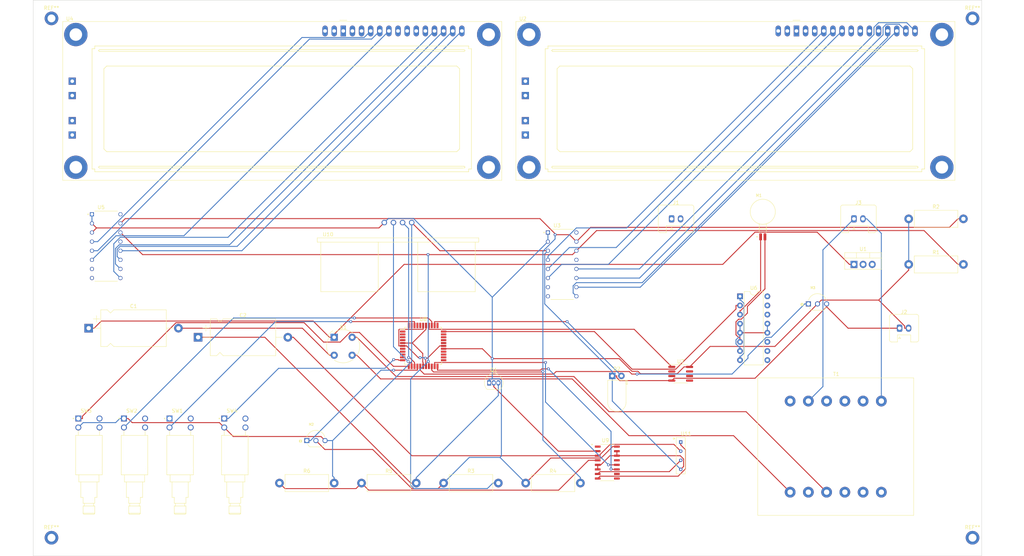
<source format=kicad_pcb>
(kicad_pcb (version 20211014) (generator pcbnew)
  (layers (0 "F.Cu" signal) (31 "B.Cu" signal) (34 "B.Paste" user) (35 "F.Paste" user) (36 "B.SilkS" user "B.Silkscreen") (37 "F.SilkS" user "F.Silkscreen") (38 "B.Mask" user) (39 "F.Mask" user) (44 "Edge.Cuts" user))
  (net 0 "")
  (net 1 "Net-(C1-Pad1)")
  (net 2 "Earth")
  (net 3 "Net-(C2-Pad1)")
  (net 4 "Net-(C2-Pad2)")
  (net 5 "Net-(D1-Pad3)")
  (net 6 "Net-(D1-Pad4)")
  (net 7 "Net-(D2-Pad1)")
  (net 8 "Net-(D2-Pad2)")
  (net 11 "Net-(J2-Pad2)")
  (net 12 "Net-(J3-Pad1)")
  (net 13 "Net-(J3-Pad2)")
  (net 14 "Net-(M1-Pad1)")
  (net 15 "Net-(M1-Pad2)")
  (net 16 "Net-(M2-Pad1)")
  (net 17 "Net-(M3-Pad1)")
  (net 18 "Net-(Q1-Pad2)")
  (net 19 "Net-(R1-Pad2)")
  (net 20 "Net-(R2-Pad2)")
  (net 21 "Net-(R5-Pad1)")
  (net 23 "Net-(SW1-Pad2)")
  (net 24 "Net-(SW2-Pad2)")
  (net 25 "Net-(SW3-Pad1)")
  (net 26 "Net-(SW4-Pad1)")
  (net 32 "Net-(U2-Pad4)")
  (net 33 "Net-(U2-Pad5)")
  (net 34 "Net-(U2-Pad6)")
  (net 39 "Net-(U2-Pad11)")
  (net 40 "Net-(U2-Pad12)")
  (net 41 "Net-(U2-Pad13)")
  (net 42 "Net-(U2-Pad14)")
  (net 56 "Net-(U4-Pad4)")
  (net 57 "Net-(U4-Pad5)")
  (net 58 "Net-(U4-Pad6)")
  (net 63 "Net-(U4-Pad11)")
  (net 64 "Net-(U4-Pad12)")
  (net 65 "Net-(U4-Pad13)")
  (net 66 "Net-(U4-Pad14)")
  (net 77 "Net-(U6-Pad1)")
  (net 78 "Net-(U6-Pad2)")
  (net 79 "Net-(U6-Pad12)")
  (net 86 "Net-(U7-Pad1)")
  (net 96 "Net-(U8-Pad17)")
  (net 97 "Net-(U8-Pad18)")
  (net 102 "Net-(U10-Pad2)")
  (net 103 "Net-(U10-Pad3)")
  (net 104 "Net-(U8-Pad21)")
  (net 105 "Net-(U8-Pad22)")
  (net 120 "Net-(U11-Pad3)")
  (net 121 "Net-(U11-Pad1)")
  (footprint "Resistor_THT:R_Axial_DIN0414_L11.9mm_D4.5mm_P15.24mm_Horizontal" (layer "F.Cu") (at 106.68 147.32)
    (fp_text reference "R5")
    (fp_text value "20K")
  )
  (footprint "PCF8574N:DIP794W45P254L1969H508Q16" (layer "F.Cu") (at 35.56 81.28)
    (fp_text reference "U5")
    (fp_text value "PCF8574")
  )
  (footprint "Resistor_THT:R_Axial_DIN0414_L11.9mm_D4.5mm_P15.24mm_Horizontal" (layer "F.Cu") (at 129.54 147.32)
    (fp_text reference "R3")
    (fp_text value "10K")
  )
  (footprint "Capacitor_THT:CP_Axial_L18.0mm_D10.0mm_P25.00mm_Horizontal" (layer "F.Cu") (at 61.16 106.68)
    (fp_text reference "C2")
    (fp_text value "C_Polarized")
  )
  (footprint "Package_DIP:DIP-16_W7.62mm" (layer "F.Cu") (at 212.1 95.265)
    (fp_text reference "U6")
    (fp_text value "L293D")
  )
  (footprint "MountingHole:MountingHole_2.2mm_M2_DIN965_Pad" (layer "F.Cu") (at 276.86 162.56)
    (fp_text reference "REF**")
    (fp_text value "MountingHole_2.2mm_M2_DIN965_Pad")
  )
  (footprint "PB400EEQX (1):SW_PB400EEQX" (layer "F.Cu") (at 68.44 129.32)
    (fp_text reference "SW4")
    (fp_text value "SW_Push")
  )
  (footprint "Display:LCD-016N002L" (layer "F.Cu") (at 227.82 21.2825)
    (fp_text reference "U2")
    (fp_text value "LCD-016N002L")
  )
  (footprint "Display:LCD-016N002L" (layer "F.Cu") (at 101.6 21.2825)
    (fp_text reference "U4")
    (fp_text value "LCD-016N002L")
  )
  (footprint "HC-SR04:XCVR_HC-SR04" (layer "F.Cu") (at 116.84 74.695)
    (fp_text reference "U10")
    (fp_text value "HC-SR04")
  )
  (footprint "PB400EEQX (1):SW_PB400EEQX" (layer "F.Cu") (at 27.8 129.32)
    (fp_text reference "SW3")
    (fp_text value "SW_Push")
  )
  (footprint "Resistor_THT:R_Axial_DIN0414_L11.9mm_D4.5mm_P15.24mm_Horizontal" (layer "F.Cu") (at 83.82 147.32)
    (fp_text reference "R6")
    (fp_text value "10K")
  )
  (footprint "PCF8574N:DIP794W45P254L1969H508Q16" (layer "F.Cu") (at 162.56 86.36)
    (fp_text reference "U3")
    (fp_text value "PCF8574")
  )
  (footprint "Connector_Stocko:Stocko_MKS_1651-6-0-202_1x2_P2.50mm_Vertical" (layer "F.Cu") (at 243.84 73.66)
    (fp_text reference "J3")
    (fp_text value "Conn_01x02_Male")
  )
  (footprint "Diode_THT:Diode_Bridge_Round_D9.0mm" (layer "F.Cu") (at 99.06 106.68)
    (fp_text reference "D1")
    (fp_text value "D_Bridge_+-AA")
  )
  (footprint "TO92254P520H877-3:TO92254P520H877-3" (layer "F.Cu") (at 233.68 96.52)
    (fp_text reference "M3")
    (fp_text value "Motor_Servo")
  )
  (footprint "MountingHole:MountingHole_2.2mm_M2_DIN965_Pad" (layer "F.Cu") (at 276.86 17.78)
    (fp_text reference "REF**")
    (fp_text value "MountingHole_2.2mm_M2_DIN965_Pad")
  )
  (footprint "MountingHole:MountingHole_2.2mm_M2_DIN965_Pad" (layer "F.Cu") (at 20.32 17.78)
    (fp_text reference "REF**")
    (fp_text value "MountingHole_2.2mm_M2_DIN965_Pad")
  )
  (footprint "HX711:SOP127P600X180-16N" (layer "F.Cu") (at 175.13 141.605)
    (fp_text reference "U9")
    (fp_text value "HX711")
  )
  (footprint "Package_SO:SOIC-8_3.9x4.9mm_P1.27mm" (layer "F.Cu") (at 195.58 116.84)
    (fp_text reference "U7")
    (fp_text value "LM35-D")
  )
  (footprint "Capacitor_THT:CP_Axial_L18.0mm_D10.0mm_P25.00mm_Horizontal" (layer "F.Cu") (at 30.68 104.14)
    (fp_text reference "C1")
    (fp_text value "C_Polarized")
  )
  (footprint "Package_TO_SOT_THT:TO-220-3_Vertical" (layer "F.Cu") (at 243.84 86.36)
    (fp_text reference "U1")
    (fp_text value "LM7805_TO220")
  )
  (footprint "PB400EEQX (1):SW_PB400EEQX" (layer "F.Cu") (at 53.2 129.32)
    (fp_text reference "SW1")
    (fp_text value "SW_Push")
  )
  (footprint "C0720B001F:XDCR_C0720B001F" (layer "F.Cu") (at 218.44 73.66)
    (fp_text reference "M1")
    (fp_text value "Motor_DC")
  )
  (footprint "Connector_Stocko:Stocko_MKS_1651-6-0-202_1x2_P2.50mm_Vertical" (layer "F.Cu") (at 193.04 73.66)
    (fp_text reference "J1")
    (fp_text value "Conn_01x02_Male")
  )
  (footprint "Connector_Stocko:Stocko_MKS_1652-6-0-202_1x2_P2.50mm_Vertical" (layer "F.Cu") (at 256.54 104.14)
    (fp_text reference "J2")
    (fp_text value "Conn_01x02_Female")
  )
  (footprint "Package_TO_SOT_THT:TO-92_Inline" (layer "F.Cu") (at 142.24 119.38)
    (fp_text reference "Q1")
    (fp_text value "2N3905")
  )
  (footprint "TO92254P520H877-3:TO92254P520H877-3" (layer "F.Cu") (at 93.98 134.62)
    (fp_text reference "M2")
    (fp_text value "Motor_Servo")
  )
  (footprint "PB400EEQX (1):SW_PB400EEQX" (layer "F.Cu") (at 40.5 129.32)
    (fp_text reference "SW2")
    (fp_text value "SW_Push")
  )
  (footprint "LED_THT:LED_D5.0mm_Horizontal_O1.27mm_Z3.0mm_IRBlack" (layer "F.Cu") (at 176.525 117.445)
    (fp_text reference "D2")
    (fp_text value "LED")
  )
  (footprint "MountingHole:MountingHole_2.2mm_M2_DIN965_Pad" (layer "F.Cu") (at 20.32 162.56)
    (fp_text reference "REF**")
    (fp_text value "MountingHole_2.2mm_M2_DIN965_Pad")
  )
  (footprint "FX1901-0001-0200-L:SENSOR_FX1901-0001-0200-L" (layer "F.Cu") (at 195.58 139.7)
    (fp_text reference "U11")
    (fp_text value "FX1901-0001-0200-L")
  )
  (footprint "Transformer_THT:Transformer_37x44" (layer "F.Cu") (at 231.14 124.46)
    (fp_text reference "T1")
    (fp_text value "Transformer_1P_1S")
  )
  (footprint "Resistor_THT:R_Axial_DIN0414_L11.9mm_D4.5mm_P15.24mm_Horizontal" (layer "F.Cu") (at 259.08 73.66)
    (fp_text reference "R2")
    (fp_text value "10K")
  )
  (footprint "Resistor_THT:R_Axial_DIN0414_L11.9mm_D4.5mm_P15.24mm_Horizontal" (layer "F.Cu") (at 152.4 147.32)
    (fp_text reference "R4")
    (fp_text value "10K")
  )
  (footprint "Resistor_THT:R_Axial_DIN0414_L11.9mm_D4.5mm_P15.24mm_Horizontal" (layer "F.Cu") (at 259.08 86.36)
    (fp_text reference "R1")
    (fp_text value "10K")
  )
  (footprint "Package_QFP:TQFP-44_10x10mm_P0.8mm" (layer "F.Cu") (at 123.84 109.08)
    (fp_text reference "U8")
    (fp_text value "ATmega32-16A")
  )
  (gr_line (start 279.4 12.7) (end 15.24 12.7) (layer "Edge.Cuts") (width 0.1))
  (gr_line (start 15.24 15.24) (end 15.24 167.64) (layer "Edge.Cuts") (width 0.1))
  (gr_line (start 15.24 12.7) (end 15.24 15.24) (layer "Edge.Cuts") (width 0.1))
  (gr_line (start 279.4 167.64) (end 279.4 12.7) (layer "Edge.Cuts") (width 0.1))
  (gr_line (start 15.24 167.64) (end 279.4 167.64) (layer "Edge.Cuts") (width 0.1))
  (segment (start 233.5799 77.3777) (end 242.5622 86.36) (width 0.25) (layer "F.Cu") (net 1))
  (segment (start 98.2265 106.68) (end 97.7347 106.68) (width 0.25) (layer "F.Cu") (net 1))
  (segment (start 93.2026 102.1479) (end 97.7347 106.68) (width 0.25) (layer "F.Cu") (net 1))
  (segment (start 207.2861 86.36) (end 216.2684 77.3777) (width 0.25) (layer "F.Cu") (net 1))
  (segment (start 118.5465 86.36) (end 207.2861 86.36) (width 0.25) (layer "F.Cu") (net 1))
  (segment (start 32.2053 104.14) (end 34.1974 102.1479) (width 0.25) (layer "F.Cu") (net 1))
  (segment (start 98.2265 106.68) (end 118.5465 86.36) (width 0.25) (layer "F.Cu") (net 1))
  (segment (start 243.84 86.36) (end 242.5622 86.36) (width 0.25) (layer "F.Cu") (net 1))
  (segment (start 30.68 104.14) (end 32.2053 104.14) (width 0.25) (layer "F.Cu") (net 1))
  (segment (start 216.2684 77.3777) (end 233.5799 77.3777) (width 0.25) (layer "F.Cu") (net 1))
  (segment (start 99.06 106.68) (end 98.2265 106.68) (width 0.25) (layer "F.Cu") (net 1))
  (segment (start 34.1974 102.1479) (end 93.2026 102.1479) (width 0.25) (layer "F.Cu") (net 1))
  (segment (start 90.1947 104.14) (end 97.7347 111.68) (width 0.25) (layer "F.Cu") (net 2))
  (segment (start 55.68 104.14) (end 90.1947 104.14) (width 0.25) (layer "F.Cu") (net 2))
  (segment (start 99.06 111.68) (end 97.7347 111.68) (width 0.25) (layer "F.Cu") (net 2))
  (segment (start 61.16 106.68) (end 79.7547 106.68) (width 0.25) (layer "F.Cu") (net 3))
  (segment (start 79.7547 106.68) (end 120.3947 147.32) (width 0.25) (layer "F.Cu") (net 3))
  (segment (start 121.92 147.32) (end 120.3947 147.32) (width 0.25) (layer "F.Cu") (net 3))
  (segment (start 144.78 122.9347) (end 144.78 119.38) (width 0.25) (layer "B.Cu") (net 3))
  (segment (start 121.92 147.32) (end 121.92 145.7947) (width 0.25) (layer "B.Cu") (net 3))
  (segment (start 121.92 145.7947) (end 144.78 122.9347) (width 0.25) (layer "B.Cu") (net 3))
  (segment (start 120.7053 139.7) (end 172.46 139.7) (width 0.25) (layer "F.Cu") (net 4))
  (segment (start 175.9414 136.533) (end 193.683 136.533) (width 0.25) (layer "F.Cu") (net 4))
  (segment (start 87.6853 106.68) (end 120.7053 139.7) (width 0.25) (layer "F.Cu") (net 4))
  (segment (start 172.7744 139.7) (end 175.9414 136.533) (width 0.25) (layer "F.Cu") (net 4))
  (segment (start 193.683 136.533) (end 195.58 138.43) (width 0.25) (layer "F.Cu") (net 4))
  (segment (start 86.16 106.68) (end 87.6853 106.68) (width 0.25) (layer "F.Cu") (net 4))
  (segment (start 172.46 139.7) (end 172.7744 139.7) (width 0.25) (layer "F.Cu") (net 4))
  (segment (start 111.9925 118.2872) (end 165.3506 118.2872) (width 0.25) (layer "F.Cu") (net 5))
  (segment (start 181.1793 134.1159) (end 210.3159 134.1159) (width 0.25) (layer "F.Cu") (net 5))
  (segment (start 104.06 111.68) (end 105.3853 111.68) (width 0.25) (layer "F.Cu") (net 5))
  (segment (start 165.3506 118.2872) (end 181.1793 134.1159) (width 0.25) (layer "F.Cu") (net 5))
  (segment (start 210.3159 134.1159) (end 226.06 149.86) (width 0.25) (layer "F.Cu") (net 5))
  (segment (start 105.3853 111.68) (end 111.9925 118.2872) (width 0.25) (layer "F.Cu") (net 5))
  (segment (start 213.7927 127.4327) (end 236.22 149.86) (width 0.25) (layer "F.Cu") (net 6))
  (segment (start 165.8117 117.6117) (end 175.6327 127.4327) (width 0.25) (layer "F.Cu") (net 6))
  (segment (start 105.3853 106.68) (end 116.317 117.6117) (width 0.25) (layer "F.Cu") (net 6))
  (segment (start 104.06 106.68) (end 105.3853 106.68) (width 0.25) (layer "F.Cu") (net 6))
  (segment (start 175.6327 127.4327) (end 213.7927 127.4327) (width 0.25) (layer "F.Cu") (net 6))
  (segment (start 116.317 117.6117) (end 165.8117 117.6117) (width 0.25) (layer "F.Cu") (net 6))
  (segment (start 236.22 98.1664) (end 236.22 97.3725) (width 0.25) (layer "F.Cu") (net 7))
  (segment (start 96.52 135.4725) (end 95.3792 134.3317) (width 0.25) (layer "F.Cu") (net 7))
  (segment (start 177.7503 117.9045) (end 178.5908 118.745) (width 0.25) (layer "F.Cu") (net 7))
  (segment (start 195.58 143.51) (end 196.3848 142.7052) (width 0.25) (layer "F.Cu") (net 7))
  (segment (start 176.525 117.445) (end 177.7503 117.445) (width 0.25) (layer "F.Cu") (net 7))
  (segment (start 175.866 139.7) (end 173.326 142.24) (width 0.25) (layer "F.Cu") (net 7))
  (segment (start 172.46 143.51) (end 172.46 142.24) (width 0.25) (layer "F.Cu") (net 7))
  (segment (start 242.1936 104.14) (end 236.22 98.1664) (width 0.25) (layer "F.Cu") (net 7))
  (segment (start 196.3848 140.6155) (end 195.4693 139.7) (width 0.25) (layer "F.Cu") (net 7))
  (segment (start 68.44 131.82) (end 67.0903 130.4703) (width 0.25) (layer "F.Cu") (net 7))
  (segment (start 177.7503 117.445) (end 177.7503 117.9045) (width 0.25) (layer "F.Cu") (net 7))
  (segment (start 95.3792 134.3317) (end 70.9517 134.3317) (width 0.25) (layer "F.Cu") (net 7))
  (segment (start 173.326 142.24) (end 172.46 142.24) (width 0.25) (layer "F.Cu") (net 7))
  (segment (start 70.9517 134.3317) (end 68.44 131.82) (width 0.25) (layer "F.Cu") (net 7))
  (segment (start 177.8 139.7) (end 175.866 139.7) (width 0.25) (layer "F.Cu") (net 7))
  (segment (start 67.0903 130.4703) (end 42.8006 130.4703) (width 0.25) (layer "F.Cu") (net 7))
  (segment (start 256.54 104.14) (end 242.1936 104.14) (width 0.25) (layer "F.Cu") (net 7))
  (segment (start 120.65 74.695) (end 128.505 82.55) (width 0.25) (layer "F.Cu") (net 7))
  (segment (start 193.74 118.11) (end 216.2764 118.11) (width 0.25) (layer "F.Cu") (net 7))
  (segment (start 216.2764 118.11) (end 236.22 98.1664) (width 0.25) (layer "F.Cu") (net 7))
  (segment (start 40.5 129.32) (end 41.6503 129.32) (width 0.25) (layer "F.Cu") (net 7))
  (segment (start 193.105 118.745) (end 193.74 118.11) (width 0.25) (layer "F.Cu") (net 7))
  (segment (start 42.8006 130.4703) (end 41.6503 129.32) (width 0.25) (layer "F.Cu") (net 7))
  (segment (start 178.5908 118.745) (end 193.105 118.745) (width 0.25) (layer "F.Cu") (net 7))
  (segment (start 128.505 82.55) (end 158.59 82.55) (width 0.25) (layer "F.Cu") (net 7))
  (segment (start 196.3848 142.7052) (end 196.3848 140.6155) (width 0.25) (layer "F.Cu") (net 7))
  (segment (start 195.4693 139.7) (end 177.8 139.7) (width 0.25) (layer "F.Cu") (net 7))
  (segment (start 177.8 138.43) (end 177.8 139.7) (width 0.25) (layer "F.Cu") (net 7))
  (segment (start 157.6993 97.394) (end 157.6993 83.4407) (width 0.25) (layer "B.Cu") (net 7))
  (segment (start 39.3497 129.32) (end 38.1994 130.4703) (width 0.25) (layer "B.Cu") (net 7))
  (segment (start 98.619 135.4725) (end 98.619 145.3537) (width 0.25) (layer "B.Cu") (net 7))
  (segment (start 98.619 145.3537) (end 99.06 145.7947) (width 0.25) (layer "B.Cu") (net 7))
  (segment (start 40.5 129.32) (end 39.3497 129.32) (width 0.25) (layer "B.Cu") (net 7))
  (segment (start 176.525 116.2197) (end 157.6993 97.394) (width 0.25) (layer "B.Cu") (net 7))
  (segment (start 176.525 117.445) (end 176.525 116.2197) (width 0.25) (layer "B.Cu") (net 7))
  (segment (start 120.65 113.4415) (end 98.619 135.4725) (width 0.25) (layer "B.Cu") (net 7))
  (segment (start 98.619 135.4725) (end 96.52 135.4725) (width 0.25) (layer "B.Cu") (net 7))
  (segment (start 120.65 74.695) (end 120.65 113.4415) (width 0.25) (layer "B.Cu") (net 7))
  (segment (start 157.6993 83.4407) (end 158.59 82.55) (width 0.25) (layer "B.Cu") (net 7))
  (segment (start 176.525 124.455) (end 176.525 117.445) (width 0.25) (layer "B.Cu") (net 7))
  (segment (start 99.06 147.32) (end 99.06 145.7947) (width 0.25) (layer "B.Cu") (net 7))
  (segment (start 38.1994 130.4703) (end 29.1497 130.4703) (width 0.25) (layer "B.Cu") (net 7))
  (segment (start 195.58 143.51) (end 176.525 124.455) (width 0.25) (layer "B.Cu") (net 7))
  (segment (start 29.1497 130.4703) (end 27.8 131.82) (width 0.25) (layer "B.Cu") (net 7))
  (segment (start 127.04 102.3047) (end 163.9247 102.3047) (width 0.25) (layer "F.Cu") (net 8))
  (segment (start 127.04 103.38) (end 127.04 102.3047) (width 0.25) (layer "F.Cu") (net 8))
  (via (at 163.9247 102.3047) (size 0.8) (drill 0.4) (layers "F.Cu" "B.Cu") (net 8))
  (segment (start 179.065 117.445) (end 163.9247 102.3047) (width 0.25) (layer "B.Cu") (net 8))
  (segment (start 120.6781 148.8473) (end 109.7751 137.9443) (width 0.25) (layer "F.Cu") (net 11))
  (segment (start 181.9856 116.1653) (end 178.4501 112.6298) (width 0.25) (layer "F.Cu") (net 11))
  (segment (start 250.7211 96.3083) (end 234.7442 96.3083) (width 0.25) (layer "F.Cu") (net 11))
  (segment (start 140.3441 109.88) (end 129.54 109.88) (width 0.25) (layer "F.Cu") (net 11))
  (segment (start 221.8175 109.235) (end 203.755 109.235) (width 0.25) (layer "F.Cu") (net 11))
  (segment (start 32.86 76.2) (end 31.59 77.47) (width 0.25) (layer "F.Cu") (net 11))
  (segment (start 257.9647 103.5519) (end 250.7211 96.3083) (width 0.25) (layer "F.Cu") (net 11))
  (segment (start 203.755 109.235) (end 198.055 114.935) (width 0.25) (layer "F.Cu") (net 11))
  (segment (start 198.055 114.935) (end 196.506 114.935) (width 0.25) (layer "F.Cu") (net 11))
  (segment (start 250.7211 96.3083) (end 259.08 87.9494) (width 0.25) (layer "F.Cu") (net 11))
  (segment (start 183.6834 116.1653) (end 181.9856 116.1653) (width 0.25) (layer "F.Cu") (net 11))
  (segment (start 176.6125 137.16) (end 177.8 137.16) (width 0.25) (layer "F.Cu") (net 11))
  (segment (start 194.601 116.84) (end 184.3581 116.84) (width 0.25) (layer "F.Cu") (net 11))
  (segment (start 178.4501 112.6298) (end 143.0939 112.6298) (width 0.25) (layer "F.Cu") (net 11))
  (segment (start 259.04 104.14) (end 257.9647 104.14) (width 0.25) (layer "F.Cu") (net 11))
  (segment (start 159.385 140.335) (end 173.4375 140.335) (width 0.25) (layer "F.Cu") (net 11))
  (segment (start 96.4518 137.9443) (end 93.98 135.4725) (width 0.25) (layer "F.Cu") (net 11))
  (segment (start 196.506 114.935) (end 194.601 116.84) (width 0.25) (layer "F.Cu") (net 11))
  (segment (start 234.7442 96.3083) (end 233.68 97.3725) (width 0.25) (layer "F.Cu") (net 11))
  (segment (start 233.68 97.3725) (end 221.8175 109.235) (width 0.25) (layer "F.Cu") (net 11))
  (segment (start 109.7751 137.9443) (end 96.4518 137.9443) (width 0.25) (layer "F.Cu") (net 11))
  (segment (start 152.4 147.32) (end 159.385 140.335) (width 0.25) (layer "F.Cu") (net 11))
  (segment (start 257.9647 104.14) (end 257.9647 103.5519) (width 0.25) (layer "F.Cu") (net 11))
  (segment (start 173.4375 140.335) (end 176.6125 137.16) (width 0.25) (layer "F.Cu") (net 11))
  (segment (start 143.0939 112.6298) (end 140.3441 109.88) (width 0.25) (layer "F.Cu") (net 11))
  (segment (start 113.03 74.695) (end 111.525 76.2) (width 0.25) (layer "F.Cu") (net 11))
  (segment (start 128.0127 148.8473) (end 120.6781 148.8473) (width 0.25) (layer "F.Cu") (net 11))
  (segment (start 32.86 76.2) (end 31.59 74.93) (width 0.25) (layer "F.Cu") (net 11))
  (segment (start 111.525 76.2) (end 32.86 76.2) (width 0.25) (layer "F.Cu") (net 11))
  (segment (start 129.54 147.32) (end 128.0127 148.8473) (width 0.25) (layer "F.Cu") (net 11))
  (segment (start 259.08 87.9494) (end 259.08 86.36) (width 0.25) (layer "F.Cu") (net 11))
  (segment (start 184.3581 116.84) (end 183.6834 116.1653) (width 0.25) (layer "F.Cu") (net 11))
  (via (at 143.0939 112.6298) (size 0.8) (drill 0.4) (layers "F.Cu" "B.Cu") (net 11))
  (segment (start 145.155 118.257) (end 145.6306 118.7326) (width 0.25) (layer "B.Cu") (net 11))
  (segment (start 143.0462 118.3047) (end 143.0939 118.257) (width 0.25) (layer "B.Cu") (net 11))
  (segment (start 121.1523 73.5645) (end 143.0939 95.5061) (width 0.25) (layer "B.Cu") (net 11))
  (segment (start 143.0939 95.5061) (end 143.0939 112.6298) (width 0.25) (layer "B.Cu") (net 11))
  (segment (start 158.59 80.01) (end 158.59 77.47) (width 0.25) (layer "B.Cu") (net 11))
  (segment (start 143.0939 118.257) (end 145.155 118.257) (width 0.25) (layer "B.Cu") (net 11))
  (segment (start 114.1605 73.5645) (end 121.1523 73.5645) (width 0.25) (layer "B.Cu") (net 11))
  (segment (start 31.59 74.93) (end 31.59 72.39) (width 0.25) (layer "B.Cu") (net 11))
  (segment (start 145.6306 118.7326) (end 145.6306 139.787) (width 0.25) (layer "B.Cu") (net 11))
  (segment (start 142.24 119.38) (end 142.24 118.3047) (width 0.25) (layer "B.Cu") (net 11))
  (segment (start 259.08 86.36) (end 259.08 73.66) (width 0.25) (layer "B.Cu") (net 11))
  (segment (start 113.03 74.695) (end 114.1605 73.5645) (width 0.25) (layer "B.Cu") (net 11))
  (segment (start 152.4 147.32) (end 145.2488 140.1688) (width 0.25) (layer "B.Cu") (net 11))
  (segment (start 143.0939 118.257) (end 143.0939 112.6298) (width 0.25) (layer "B.Cu") (net 11))
  (segment (start 145.2488 140.1688) (end 136.6912 140.1688) (width 0.25) (layer "B.Cu") (net 11))
  (segment (start 136.6912 140.1688) (end 129.54 147.32) (width 0.25) (layer "B.Cu") (net 11))
  (segment (start 143.0939 95.5061) (end 158.59 80.01) (width 0.25) (layer "B.Cu") (net 11))
  (segment (start 142.24 118.3047) (end 143.0462 118.3047) (width 0.25) (layer "B.Cu") (net 11))
  (segment (start 145.6306 139.787) (end 145.2488 140.1688) (width 0.25) (layer "B.Cu") (net 11))
  (segment (start 235.1896 82.3104) (end 235.1896 120.4104) (width 0.25) (layer "B.Cu") (net 12))
  (segment (start 235.1896 120.4104) (end 231.14 124.46) (width 0.25) (layer "B.Cu") (net 12))
  (segment (start 243.84 73.66) (end 235.1896 82.3104) (width 0.25) (layer "B.Cu") (net 12))
  (segment (start 247.4153 73.66) (end 251.46 77.7047) (width 0.25) (layer "B.Cu") (net 13))
  (segment (start 246.34 73.66) (end 247.4153 73.66) (width 0.25) (layer "B.Cu") (net 13))
  (segment (start 251.46 77.7047) (end 251.46 124.46) (width 0.25) (layer "B.Cu") (net 13))
  (segment (start 212.1 100.345) (end 212.1 99.2197) (width 0.25) (layer "F.Cu") (net 14))
  (segment (start 212.3044 99.2197) (end 212.1 99.2197) (width 0.25) (layer "F.Cu") (net 14))
  (segment (start 217.84 93.6841) (end 212.3044 99.2197) (width 0.25) (layer "F.Cu") (net 14))
  (segment (start 217.84 78.68) (end 217.84 93.6841) (width 0.25) (layer "F.Cu") (net 14))
  (segment (start 214.1595 98.0785) (end 214.1595 99.9333) (width 0.25) (layer "F.Cu") (net 15))
  (segment (start 210.9747 105.9958) (end 211.8186 106.8397) (width 0.25) (layer "F.Cu") (net 15))
  (segment (start 211.7262 101.615) (end 210.9747 102.3665) (width 0.25) (layer "F.Cu") (net 15))
  (segment (start 219.04 78.68) (end 219.04 93.198) (width 0.25) (layer "F.Cu") (net 15))
  (segment (start 210.9747 102.3665) (end 210.9747 105.9958) (width 0.25) (layer "F.Cu") (net 15))
  (segment (start 212.1 107.965) (end 212.1 106.8397) (width 0.25) (layer "F.Cu") (net 15))
  (segment (start 211.8186 106.8397) (end 212.1 106.8397) (width 0.25) (layer "F.Cu") (net 15))
  (segment (start 219.04 93.198) (end 214.1595 98.0785) (width 0.25) (layer "F.Cu") (net 15))
  (segment (start 214.1595 99.9333) (end 212.4778 101.615) (width 0.25) (layer "F.Cu") (net 15))
  (segment (start 212.4778 101.615) (end 211.7262 101.615) (width 0.25) (layer "F.Cu") (net 15))
  (segment (start 122.24 115.8553) (end 115.6079 115.8553) (width 0.25) (layer "F.Cu") (net 16))
  (segment (start 122.24 114.78) (end 122.24 115.8553) (width 0.25) (layer "F.Cu") (net 16))
  (via (at 115.6079 115.8553) (size 0.8) (drill 0.4) (layers "F.Cu" "B.Cu") (net 16))
  (segment (start 92.4703 135.4725) (end 112.0875 115.8553) (width 0.25) (layer "B.Cu") (net 16))
  (segment (start 91.44 135.4725) (end 92.4703 135.4725) (width 0.25) (layer "B.Cu") (net 16))
  (segment (start 112.0875 115.8553) (end 115.6079 115.8553) (width 0.25) (layer "B.Cu") (net 16))
  (segment (start 123.04 114.78) (end 123.04 115.8553) (width 0.25) (layer "F.Cu") (net 17))
  (segment (start 181.2519 116.2197) (end 160.8873 116.2197) (width 0.25) (layer "F.Cu") (net 17))
  (segment (start 160.1706 116.9364) (end 124.1211 116.9364) (width 0.25) (layer "F.Cu") (net 17))
  (segment (start 183.4103 116.9268) (end 181.959 116.9268) (width 0.25) (layer "F.Cu") (net 17))
  (segment (start 181.959 116.9268) (end 181.2519 116.2197) (width 0.25) (layer "F.Cu") (net 17))
  (segment (start 124.1211 116.9364) (end 123.04 115.8553) (width 0.25) (layer "F.Cu") (net 17))
  (segment (start 160.8873 116.2197) (end 160.1706 116.9364) (width 0.25) (layer "F.Cu") (net 17))
  (via (at 183.4103 116.9268) (size 0.8) (drill 0.4) (layers "F.Cu" "B.Cu") (net 17))
  (segment (start 214.3041 112.5119) (end 209.8892 116.9268) (width 0.25) (layer "B.Cu") (net 17))
  (segment (start 214.3041 111.7859) (end 214.3041 112.5119) (width 0.25) (layer "B.Cu") (net 17))
  (segment (start 231.14 97.3725) (end 230.1097 97.3725) (width 0.25) (layer "B.Cu") (net 17))
  (segment (start 209.8892 116.9268) (end 183.4103 116.9268) (width 0.25) (layer "B.Cu") (net 17))
  (segment (start 220.7872 106.695) (end 219.395 106.695) (width 0.25) (layer "B.Cu") (net 17))
  (segment (start 219.395 106.695) (end 214.3041 111.7859) (width 0.25) (layer "B.Cu") (net 17))
  (segment (start 230.1097 97.3725) (end 220.7872 106.695) (width 0.25) (layer "B.Cu") (net 17))
  (segment (start 143.51 120.4553) (end 161.4847 138.43) (width 0.25) (layer "F.Cu") (net 18))
  (segment (start 143.51 119.38) (end 143.51 120.4553) (width 0.25) (layer "F.Cu") (net 18))
  (segment (start 161.4847 138.43) (end 172.46 138.43) (width 0.25) (layer "F.Cu") (net 18))
  (segment (start 125.2596 113.3975) (end 125.44 113.5779) (width 0.25) (layer "F.Cu") (net 19))
  (segment (start 263.3599 76.9252) (end 172.1548 76.9252) (width 0.25) (layer "F.Cu") (net 19))
  (segment (start 45.6806 83.6206) (end 125.2016 83.6206) (width 0.25) (layer "F.Cu") (net 19))
  (segment (start 272.7947 86.36) (end 263.3599 76.9252) (width 0.25) (layer "F.Cu") (net 19))
  (segment (start 165.4594 83.6206) (end 166.53 82.55) (width 0.25) (layer "F.Cu") (net 19))
  (segment (start 39.53 77.47) (end 45.6806 83.6206) (width 0.25) (layer "F.Cu") (net 19))
  (segment (start 172.1548 76.9252) (end 166.53 82.55) (width 0.25) (layer "F.Cu") (net 19))
  (segment (start 125.44 113.5779) (end 125.44 114.78) (width 0.25) (layer "F.Cu") (net 19))
  (segment (start 125.2016 83.6206) (end 165.4594 83.6206) (width 0.25) (layer "F.Cu") (net 19))
  (segment (start 274.32 86.36) (end 272.7947 86.36) (width 0.25) (layer "F.Cu") (net 19))
  (via (at 125.2016 83.6206) (size 0.8) (drill 0.4) (layers "F.Cu" "B.Cu") (net 19))
  (via (at 125.2596 113.3975) (size 0.8) (drill 0.4) (layers "F.Cu" "B.Cu") (net 19))
  (segment (start 121.2814 148.8453) (end 120.357 147.9209) (width 0.25) (layer "B.Cu") (net 19))
  (segment (start 125.2596 83.6786) (end 125.2596 113.3975) (width 0.25) (layer "B.Cu") (net 19))
  (segment (start 120.357 118.3001) (end 125.2596 113.3975) (width 0.25) (layer "B.Cu") (net 19))
  (segment (start 120.357 147.9209) (end 120.357 118.3001) (width 0.25) (layer "B.Cu") (net 19))
  (segment (start 143.2547 147.32) (end 141.7294 148.8453) (width 0.25) (layer "B.Cu") (net 19))
  (segment (start 144.78 147.32) (end 143.2547 147.32) (width 0.25) (layer "B.Cu") (net 19))
  (segment (start 141.7294 148.8453) (end 121.2814 148.8453) (width 0.25) (layer "B.Cu") (net 19))
  (segment (start 125.2016 83.6206) (end 125.2596 83.6786) (width 0.25) (layer "B.Cu") (net 19))
  (segment (start 157.0489 116.3484) (end 126.7331 116.3484) (width 0.25) (layer "F.Cu") (net 20))
  (segment (start 160.5956 78.0749) (end 160.5956 77.8249) (width 0.25) (layer "F.Cu") (net 20))
  (segment (start 40.8703 73.5897) (end 39.53 74.93) (width 0.25) (layer "F.Cu") (net 20))
  (segment (start 164.5949 78.0749) (end 160.5956 78.0749) (width 0.25) (layer "F.Cu") (net 20))
  (segment (start 126.7331 116.3484) (end 126.24 115.8553) (width 0.25) (layer "F.Cu") (net 20))
  (segment (start 270.428 76.0267) (end 170.5133 76.0267) (width 0.25) (layer "F.Cu") (net 20))
  (segment (start 274.32 73.66) (end 272.7947 73.66) (width 0.25) (layer "F.Cu") (net 20))
  (segment (start 160.5956 77.8249) (end 156.3604 73.5897) (width 0.25) (layer "F.Cu") (net 20))
  (segment (start 126.24 114.78) (end 126.24 115.8553) (width 0.25) (layer "F.Cu") (net 20))
  (segment (start 272.7947 73.66) (end 270.428 76.0267) (width 0.25) (layer "F.Cu") (net 20))
  (segment (start 170.5133 76.0267) (end 166.53 80.01) (width 0.25) (layer "F.Cu") (net 20))
  (segment (start 157.1864 116.2109) (end 157.0489 116.3484) (width 0.25) (layer "F.Cu") (net 20))
  (segment (start 156.3604 73.5897) (end 40.8703 73.5897) (width 0.25) (layer "F.Cu") (net 20))
  (segment (start 166.53 80.01) (end 164.5949 78.0749) (width 0.25) (layer "F.Cu") (net 20))
  (via (at 160.5956 78.0749) (size 0.8) (drill 0.4) (layers "F.Cu" "B.Cu") (net 20))
  (via (at 157.1864 116.2109) (size 0.8) (drill 0.4) (layers "F.Cu" "B.Cu") (net 20))
  (segment (start 160.5955 79.2852) (end 160.5955 78.0749) (width 0.25) (layer "B.Cu") (net 20))
  (segment (start 157.1864 82.6943) (end 160.5955 79.2852) (width 0.25) (layer "B.Cu") (net 20))
  (segment (start 167.64 147.32) (end 167.64 145.7947) (width 0.25) (layer "B.Cu") (net 20))
  (segment (start 167.64 145.7947) (end 157.1864 135.3411) (width 0.25) (layer "B.Cu") (net 20))
  (segment (start 160.5955 78.0749) (end 160.5956 78.0749) (width 0.25) (layer "B.Cu") (net 20))
  (segment (start 157.1864 116.2109) (end 157.1864 82.6943) (width 0.25) (layer "B.Cu") (net 20))
  (segment (start 157.1864 135.3411) (end 157.1864 116.2109) (width 0.25) (layer "B.Cu") (net 20))
  (segment (start 106.68 147.32) (end 108.6576 149.2976) (width 0.25) (layer "F.Cu") (net 21))
  (segment (start 161.5811 149.2976) (end 169.9087 140.97) (width 0.25) (layer "F.Cu") (net 21))
  (segment (start 169.9087 140.97) (end 172.46 140.97) (width 0.25) (layer "F.Cu") (net 21))
  (segment (start 106.68 147.32) (end 105.1297 148.8703) (width 0.25) (layer "F.Cu") (net 21))
  (segment (start 108.6576 149.2976) (end 161.5811 149.2976) (width 0.25) (layer "F.Cu") (net 21))
  (segment (start 105.1297 148.8703) (end 85.3703 148.8703) (width 0.25) (layer "F.Cu") (net 21))
  (segment (start 85.3703 148.8703) (end 83.82 147.32) (width 0.25) (layer "F.Cu") (net 21))
  (segment (start 121.44 103.38) (end 121.44 102.3047) (width 0.25) (layer "F.Cu") (net 23))
  (segment (start 121.44 102.3047) (end 103.6622 102.3047) (width 0.25) (layer "F.Cu") (net 23))
  (via (at 103.6622 102.3047) (size 0.8) (drill 0.4) (layers "F.Cu" "B.Cu") (net 23))
  (segment (start 53.2 131.82) (end 82.7153 102.3047) (width 0.25) (layer "B.Cu") (net 23))
  (segment (start 82.7153 102.3047) (end 103.6622 102.3047) (width 0.25) (layer "B.Cu") (net 23))
  (segment (start 126.24 102.3047) (end 125.2235 101.2882) (width 0.25) (layer "F.Cu") (net 24))
  (segment (start 125.2235 101.2882) (end 104.6779 101.2882) (width 0.25) (layer "F.Cu") (net 24))
  (segment (start 126.24 103.38) (end 126.24 102.3047) (width 0.25) (layer "F.Cu") (net 24))
  (via (at 104.6779 101.2882) (size 0.8) (drill 0.4) (layers "F.Cu" "B.Cu") (net 24))
  (segment (start 71.0318 101.2882) (end 104.6779 101.2882) (width 0.25) (layer "B.Cu") (net 24))
  (segment (start 40.5 131.82) (end 71.0318 101.2882) (width 0.25) (layer "B.Cu") (net 24))
  (segment (start 103.4325 105.3289) (end 106.0963 105.3289) (width 0.25) (layer "F.Cu") (net 25))
  (segment (start 55.025 102.5983) (end 90.6779 102.5983) (width 0.25) (layer "F.Cu") (net 25))
  (segment (start 90.6779 102.5983) (end 96.092 108.0124) (width 0.25) (layer "F.Cu") (net 25))
  (segment (start 106.0963 105.3289) (end 115.5474 114.78) (width 0.25) (layer "F.Cu") (net 25))
  (segment (start 100.749 108.0124) (end 103.4325 105.3289) (width 0.25) (layer "F.Cu") (net 25))
  (segment (start 115.5474 114.78) (end 119.84 114.78) (width 0.25) (layer "F.Cu") (net 25))
  (segment (start 28.9503 129.32) (end 28.9503 128.673) (width 0.25) (layer "F.Cu") (net 25))
  (segment (start 27.8 129.32) (end 28.9503 129.32) (width 0.25) (layer "F.Cu") (net 25))
  (segment (start 28.9503 128.673) (end 55.025 102.5983) (width 0.25) (layer "F.Cu") (net 25))
  (segment (start 96.092 108.0124) (end 100.749 108.0124) (width 0.25) (layer "F.Cu") (net 25))
  (segment (start 116.8823 112.8976) (end 117.0647 113.08) (width 0.25) (layer "F.Cu") (net 26))
  (segment (start 115.6194 112.8976) (end 116.8823 112.8976) (width 0.25) (layer "F.Cu") (net 26))
  (segment (start 118.14 113.08) (end 117.0647 113.08) (width 0.25) (layer "F.Cu") (net 26))
  (via (at 115.6194 112.8976) (size 0.8) (drill 0.4) (layers "F.Cu" "B.Cu") (net 26))
  (segment (start 113.1764 115.3406) (end 115.6194 112.8976) (width 0.25) (layer "B.Cu") (net 26))
  (segment (start 83.5697 115.3406) (end 113.1764 115.3406) (width 0.25) (layer "B.Cu") (net 26))
  (segment (start 69.5903 129.32) (end 83.5697 115.3406) (width 0.25) (layer "B.Cu") (net 26))
  (segment (start 68.44 129.32) (end 69.5903 129.32) (width 0.25) (layer "B.Cu") (net 26))
  (segment (start 235.44 21.2825) (end 180.5225 76.2) (width 0.25) (layer "B.Cu") (net 32))
  (segment (start 180.5225 76.2) (end 166.5151 76.2) (width 0.25) (layer "B.Cu") (net 32))
  (segment (start 158.59 84.1251) (end 158.59 85.09) (width 0.25) (layer "B.Cu") (net 32))
  (segment (start 166.5151 76.2) (end 158.59 84.1251) (width 0.25) (layer "B.Cu") (net 32))
  (segment (start 177.6084 81.6541) (end 237.98 21.2825) (width 0.25) (layer "B.Cu") (net 33))
  (segment (start 158.59 87.63) (end 164.5659 81.6541) (width 0.25) (layer "B.Cu") (net 33))
  (segment (start 164.5659 81.6541) (end 177.6084 81.6541) (width 0.25) (layer "B.Cu") (net 33))
  (segment (start 162.4 86.36) (end 158.59 90.17) (width 0.25) (layer "B.Cu") (net 34))
  (segment (start 240.52 21.2825) (end 175.4425 86.36) (width 0.25) (layer "B.Cu") (net 34))
  (segment (start 175.4425 86.36) (end 162.4 86.36) (width 0.25) (layer "B.Cu") (net 34))
  (segment (start 165.6292 94.3492) (end 165.6292 92.3353) (width 0.25) (layer "B.Cu") (net 39))
  (segment (start 184.8878 91.44) (end 253.22 23.1078) (width 0.25) (layer "B.Cu") (net 39))
  (segment (start 165.6292 92.3353) (end 166.5245 91.44) (width 0.25) (layer "B.Cu") (net 39))
  (segment (start 166.5245 91.44) (end 184.8878 91.44) (width 0.25) (layer "B.Cu") (net 39))
  (segment (start 253.22 21.2825) (end 253.22 23.1078) (width 0.25) (layer "B.Cu") (net 39))
  (segment (start 166.53 95.25) (end 165.6292 94.3492) (width 0.25) (layer "B.Cu") (net 39))
  (segment (start 184.3325 92.71) (end 166.53 92.71) (width 0.25) (layer "B.Cu") (net 40))
  (segment (start 255.76 21.2825) (end 184.3325 92.71) (width 0.25) (layer "B.Cu") (net 40))
  (segment (start 251.95 22.3231) (end 184.1031 90.17) (width 0.25) (layer "B.Cu") (net 41))
  (segment (start 256.4385 19.421) (end 252.8106 19.421) (width 0.25) (layer "B.Cu") (net 41))
  (segment (start 258.3 21.2825) (end 256.4385 19.421) (width 0.25) (layer "B.Cu") (net 41))
  (segment (start 251.95 20.2816) (end 251.95 22.3231) (width 0.25) (layer "B.Cu") (net 41))
  (segment (start 184.1031 90.17) (end 166.53 90.17) (width 0.25) (layer "B.Cu") (net 41))
  (segment (start 252.8106 19.421) (end 251.95 20.2816) (width 0.25) (layer "B.Cu") (net 41))
  (segment (start 184.0648 87.63) (end 166.53 87.63) (width 0.25) (layer "B.Cu") (net 42))
  (segment (start 249.41 20.2524) (end 249.41 22.2848) (width 0.25) (layer "B.Cu") (net 42))
  (segment (start 258.5281 18.9706) (end 250.6918 18.9706) (width 0.25) (layer "B.Cu") (net 42))
  (segment (start 260.84 21.2825) (end 258.5281 18.9706) (width 0.25) (layer "B.Cu") (net 42))
  (segment (start 249.41 22.2848) (end 184.0648 87.63) (width 0.25) (layer "B.Cu") (net 42))
  (segment (start 250.6918 18.9706) (end 249.41 20.2524) (width 0.25) (layer "B.Cu") (net 42))
  (segment (start 33.1908 80.01) (end 31.59 80.01) (width 0.25) (layer "B.Cu") (net 56))
  (segment (start 109.22 21.2825) (end 107.3947 23.1078) (width 0.25) (layer "B.Cu") (net 56))
  (segment (start 107.3947 23.1078) (end 90.093 23.1078) (width 0.25) (layer "B.Cu") (net 56))
  (segment (start 90.093 23.1078) (end 33.1908 80.01) (width 0.25) (layer "B.Cu") (net 56))
  (segment (start 109.4844 23.5581) (end 111.76 21.2825) (width 0.25) (layer "B.Cu") (net 57))
  (segment (start 31.59 82.55) (end 33.1692 82.55) (width 0.25) (layer "B.Cu") (net 57))
  (segment (start 33.1692 82.55) (end 92.1611 23.5581) (width 0.25) (layer "B.Cu") (net 57))
  (segment (start 92.1611 23.5581) (end 109.4844 23.5581) (width 0.25) (layer "B.Cu") (net 57))
  (segment (start 114.3 21.2825) (end 57.2221 78.3604) (width 0.25) (layer "B.Cu") (net 58))
  (segment (start 38.3196 78.3604) (end 31.59 85.09) (width 0.25) (layer "B.Cu") (net 58))
  (segment (start 57.2221 78.3604) (end 38.3196 78.3604) (width 0.25) (layer "B.Cu") (net 58))
  (segment (start 69.4717 78.8108) (end 39.4679 78.8108) (width 0.25) (layer "B.Cu") (net 63))
  (segment (start 39.4679 78.8108) (end 37.668 80.6107) (width 0.25) (layer "B.Cu") (net 63))
  (segment (start 37.668 80.6107) (end 37.668 88.308) (width 0.25) (layer "B.Cu") (net 63))
  (segment (start 37.668 88.308) (end 39.53 90.17) (width 0.25) (layer "B.Cu") (net 63))
  (segment (start 127 21.2825) (end 69.4717 78.8108) (width 0.25) (layer "B.Cu") (net 63))
  (segment (start 38.1382 81.9413) (end 39.1792 80.9003) (width 0.25) (layer "B.Cu") (net 64))
  (segment (start 38.1382 86.2382) (end 38.1382 81.9413) (width 0.25) (layer "B.Cu") (net 64))
  (segment (start 69.9222 80.9003) (end 129.54 21.2825) (width 0.25) (layer "B.Cu") (net 64))
  (segment (start 39.53 87.63) (end 38.1382 86.2382) (width 0.25) (layer "B.Cu") (net 64))
  (segment (start 39.1792 80.9003) (end 69.9222 80.9003) (width 0.25) (layer "B.Cu") (net 64))
  (segment (start 72.0119 81.3506) (end 39.4071 81.3506) (width 0.25) (layer "B.Cu") (net 65))
  (segment (start 132.08 21.2825) (end 72.0119 81.3506) (width 0.25) (layer "B.Cu") (net 65))
  (segment (start 38.6354 82.1223) (end 38.6354 84.1954) (width 0.25) (layer "B.Cu") (net 65))
  (segment (start 39.4071 81.3506) (end 38.6354 82.1223) (width 0.25) (layer "B.Cu") (net 65))
  (segment (start 38.6354 84.1954) (end 39.53 85.09) (width 0.25) (layer "B.Cu") (net 65))
  (segment (start 134.62 21.2825) (end 73.3525 82.55) (width 0.25) (layer "B.Cu") (net 66))
  (segment (start 73.3525 82.55) (end 39.53 82.55) (width 0.25) (layer "B.Cu") (net 66))
  (segment (start 212.1 111.9197) (end 212.3813 111.9197) (width 0.25) (layer "B.Cu") (net 77))
  (segment (start 212.3813 111.9197) (end 213.2253 111.0757) (width 0.25) (layer "B.Cu") (net 77))
  (segment (start 213.2253 97.2342) (end 212.3814 96.3903) (width 0.25) (layer "B.Cu") (net 77))
  (segment (start 212.1 95.265) (end 212.1 96.3903) (width 0.25) (layer "B.Cu") (net 77))
  (segment (start 212.1 113.045) (end 212.1 111.9197) (width 0.25) (layer "B.Cu") (net 77))
  (segment (start 213.2253 111.0757) (end 213.2253 97.2342) (width 0.25) (layer "B.Cu") (net 77))
  (segment (start 212.3814 96.3903) (end 212.1 96.3903) (width 0.25) (layer "B.Cu") (net 77))
  (segment (start 194.1944 115.5699) (end 182.0271 115.5699) (width 0.25) (layer "F.Cu") (net 78))
  (segment (start 210.9747 97.805) (end 210.9747 98.7896) (width 0.25) (layer "F.Cu") (net 78))
  (segment (start 212.1 97.805) (end 210.9747 97.805) (width 0.25) (layer "F.Cu") (net 78))
  (segment (start 182.0271 115.5699) (end 171.5372 105.08) (width 0.25) (layer "F.Cu") (net 78))
  (segment (start 210.9747 98.7896) (end 194.1944 115.5699) (width 0.25) (layer "F.Cu") (net 78))
  (segment (start 171.5372 105.08) (end 129.54 105.08) (width 0.25) (layer "F.Cu") (net 78))
  (segment (start 219.72 105.425) (end 212.1 105.425) (width 0.25) (layer "F.Cu") (net 79))
  (segment (start 212.1 102.885) (end 212.1 105.425) (width 0.25) (layer "B.Cu") (net 79))
  (segment (start 210.9747 107.3943) (end 210.9747 108.5358) (width 0.25) (layer "B.Cu") (net 79))
  (segment (start 211.8187 106.5503) (end 210.9747 107.3943) (width 0.25) (layer "B.Cu") (net 79))
  (segment (start 219.72 102.885) (end 219.72 105.425) (width 0.25) (layer "B.Cu") (net 79))
  (segment (start 211.8186 109.3797) (end 212.1 109.3797) (width 0.25) (layer "B.Cu") (net 79))
  (segment (start 210.9747 108.5358) (end 211.8186 109.3797) (width 0.25) (layer "B.Cu") (net 79))
  (segment (start 212.1 110.505) (end 212.1 109.3797) (width 0.25) (layer "B.Cu") (net 79))
  (segment (start 212.1 105.425) (end 212.1 106.5503) (width 0.25) (layer "B.Cu") (net 79))
  (segment (start 212.1 106.5503) (end 211.8187 106.5503) (width 0.25) (layer "B.Cu") (net 79))
  (segment (start 125.44 103.38) (end 125.44 104.4553) (width 0.25) (layer "F.Cu") (net 86))
  (segment (start 182.6253 104.4553) (end 125.44 104.4553) (width 0.25) (layer "F.Cu") (net 86))
  (segment (start 193.105 114.935) (end 182.6253 104.4553) (width 0.25) (layer "F.Cu") (net 86))
  (segment (start 123.7286 113.5933) (end 123.84 113.7047) (width 0.25) (layer "F.Cu") (net 96))
  (segment (start 120.8153 108.28) (end 123.7286 111.1933) (width 0.25) (layer "F.Cu") (net 96))
  (segment (start 124.64 103.38) (end 124.64 104.4553) (width 0.25) (layer "F.Cu") (net 96))
  (segment (start 120.8153 108.28) (end 118.14 108.28) (width 0.25) (layer "F.Cu") (net 96))
  (segment (start 124.64 104.4553) (end 120.8153 108.28) (width 0.25) (layer "F.Cu") (net 96))
  (segment (start 123.84 114.78) (end 123.84 113.7047) (width 0.25) (layer "F.Cu") (net 96))
  (segment (start 123.7286 111.1933) (end 123.7286 113.5933) (width 0.25) (layer "F.Cu") (net 96))
  (segment (start 118.14 109.08) (end 119.2153 109.08) (width 0.25) (layer "F.Cu") (net 97))
  (segment (start 123.84 103.38) (end 123.84 104.4553) (width 0.25) (layer "F.Cu") (net 97))
  (segment (start 119.2153 109.08) (end 122.4864 112.3511) (width 0.25) (layer "F.Cu") (net 97))
  (segment (start 124.5343 112.5105) (end 125.0342 112.5105) (width 0.25) (layer "F.Cu") (net 97))
  (segment (start 117.1959 104.4553) (end 117.0647 104.5865) (width 0.25) (layer "F.Cu") (net 97))
  (segment (start 117.0647 104.5865) (end 117.0647 109.08) (width 0.25) (layer "F.Cu") (net 97))
  (segment (start 129.54 109.08) (end 128.4647 109.08) (width 0.25) (layer "F.Cu") (net 97))
  (segment (start 118.14 109.08) (end 117.0647 109.08) (width 0.25) (layer "F.Cu") (net 97))
  (segment (start 124.4539 112.5105) (end 124.5343 112.5105) (width 0.25) (layer "F.Cu") (net 97))
  (segment (start 124.5343 114.6743) (end 124.64 114.78) (width 0.25) (layer "F.Cu") (net 97))
  (segment (start 124.5343 112.5105) (end 124.5343 114.6743) (width 0.25) (layer "F.Cu") (net 97))
  (segment (start 123.84 104.4553) (end 117.1959 104.4553) (width 0.25) (layer "F.Cu") (net 97))
  (segment (start 122.4864 112.3511) (end 122.9742 112.3511) (width 0.25) (layer "F.Cu") (net 97))
  (segment (start 125.0342 112.5105) (end 128.4647 109.08) (width 0.25) (layer "F.Cu") (net 97))
  (via (at 124.4539 112.5105) (size 0.8) (drill 0.4) (layers "F.Cu" "B.Cu") (net 97))
  (via (at 122.9742 112.3511) (size 0.8) (drill 0.4) (layers "F.Cu" "B.Cu") (net 97))
  (segment (start 124.2945 112.3511) (end 124.4539 112.5105) (width 0.25) (layer "B.Cu") (net 97))
  (segment (start 122.9742 112.3511) (end 124.2945 112.3511) (width 0.25) (layer "B.Cu") (net 97))
  (segment (start 120.64 114.78) (end 120.64 113.7047) (width 0.25) (layer "F.Cu") (net 102))
  (segment (start 119.9752 113.7047) (end 119.6524 113.3819) (width 0.25) (layer "F.Cu") (net 102))
  (segment (start 120.64 113.7047) (end 119.9752 113.7047) (width 0.25) (layer "F.Cu") (net 102))
  (via (at 119.6524 113.3819) (size 0.8) (drill 0.4) (layers "F.Cu" "B.Cu") (net 102))
  (segment (start 119.6524 113.3819) (end 115.57 109.2995) (width 0.25) (layer "B.Cu") (net 102))
  (segment (start 115.57 109.2995) (end 115.57 74.695) (width 0.25) (layer "B.Cu") (net 102))
  (segment (start 121.44 113.7047) (end 120.0692 112.3339) (width 0.25) (layer "F.Cu") (net 103))
  (segment (start 121.44 114.78) (end 121.44 113.7047) (width 0.25) (layer "F.Cu") (net 103))
  (segment (start 120.0692 112.3339) (end 119.7977 112.3339) (width 0.25) (layer "F.Cu") (net 103))
  (via (at 119.7977 112.3339) (size 0.8) (drill 0.4) (layers "F.Cu" "B.Cu") (net 103))
  (segment (start 119.7977 76.3827) (end 118.11 74.695) (width 0.25) (layer "B.Cu") (net 103))
  (segment (start 119.7977 112.3339) (end 119.7977 76.3827) (width 0.25) (layer "B.Cu") (net 103))
  (segment (start 127.04 113.7047) (end 157.9235 113.7047) (width 0.25) (layer "F.Cu") (net 104))
  (segment (start 177.8 142.24) (end 175.4447 142.24) (width 0.25) (layer "F.Cu") (net 104))
  (segment (start 127.04 114.78) (end 127.04 113.7047) (width 0.25) (layer "F.Cu") (net 104))
  (via (at 175.4447 142.24) (size 0.8) (drill 0.4) (layers "F.Cu" "B.Cu") (net 104))
  (via (at 157.9235 113.7047) (size 0.8) (drill 0.4) (layers "F.Cu" "B.Cu") (net 104))
  (segment (start 157.9235 124.7188) (end 175.4447 142.24) (width 0.25) (layer "B.Cu") (net 104))
  (segment (start 157.9235 113.7047) (end 157.9235 124.7188) (width 0.25) (layer "B.Cu") (net 104))
  (segment (start 158.7252 115.4856) (end 156.886 115.4856) (width 0.25) (layer "F.Cu") (net 105))
  (segment (start 176.2747 143.51) (end 176.1766 143.4119) (width 0.25) (layer "F.Cu") (net 105))
  (segment (start 156.5163 115.8553) (end 127.84 115.8553) (width 0.25) (layer "F.Cu") (net 105))
  (segment (start 127.84 114.78) (end 127.84 115.8553) (width 0.25) (layer "F.Cu") (net 105))
  (segment (start 156.886 115.4856) (end 156.5163 115.8553) (width 0.25) (layer "F.Cu") (net 105))
  (segment (start 177.8 143.51) (end 176.2747 143.51) (width 0.25) (layer "F.Cu") (net 105))
  (via (at 176.1766 143.4119) (size 0.8) (drill 0.4) (layers "F.Cu" "B.Cu") (net 105))
  (via (at 158.7252 115.4856) (size 0.8) (drill 0.4) (layers "F.Cu" "B.Cu") (net 105))
  (segment (start 176.1766 132.937) (end 158.7252 115.4856) (width 0.25) (layer "B.Cu") (net 105))
  (segment (start 176.1766 143.4119) (end 176.1766 132.937) (width 0.25) (layer "B.Cu") (net 105))
  (segment (start 172.46 144.78) (end 173.095 144.145) (width 0.25) (layer "F.Cu") (net 120))
  (segment (start 173.095 144.145) (end 192.405 144.145) (width 0.25) (layer "F.Cu") (net 120))
  (segment (start 192.405 144.145) (end 195.58 140.97) (width 0.25) (layer "F.Cu") (net 120))
  (segment (start 195.58 135.89) (end 195.58 136.6948) (width 0.25) (layer "F.Cu") (net 121))
  (segment (start 172.46 146.05) (end 173.0949 145.4151) (width 0.25) (layer "F.Cu") (net 121))
  (segment (start 196.8813 137.9961) (end 195.58 136.6948) (width 0.25) (layer "F.Cu") (net 121))
  (segment (start 196.8813 143.3883) (end 196.8813 137.9961) (width 0.25) (layer "F.Cu") (net 121))
  (segment (start 194.8545 145.4151) (end 196.8813 143.3883) (width 0.25) (layer "F.Cu") (net 121))
  (segment (start 173.0949 145.4151) (end 194.8545 145.4151) (width 0.25) (layer "F.Cu") (net 121))
)
</source>
